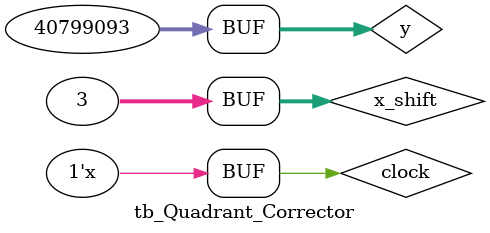
<source format=v>
`include "CONSTANTS.v"

module tb_Quadrant_Corrector();

parameter PERIOD = 5;
parameter DELAY_BETWEEN_TESTS = 10;

reg clock;
reg [31:0] x;
reg [31:0] y;
reg [31:0] angle;
reg [31:0] x_shift;
wire [31:0] y_out;

Y_Calculator yc(.clock(clock), .x(x), .y(y), .angle(angle), .x_shift(x_shift), .y_out(y_out));

initial 
  begin
    clock = 0;
  end

always 
  begin 
    #PERIOD clock = ~clock;
  end

initial
  begin
       y = 32'b00110000000000000000000000000000;
       x_shift = 32'b00001010000000000000000000000000;
       #DELAY_BETWEEN_TESTS
       y = 32'b10100001000000000000000000000000;
       x_shift = 32'b01001010000000000000000000000101;
       #DELAY_BETWEEN_TESTS
       y = 32'b00000010011011101000101101110101;
       x_shift = 32'b00000000000000000000000000000011;
  end

initial
  begin
    $monitor ("@", $time, "ns:   y_out = %b ", y_out);  
  end


endmodule
</source>
